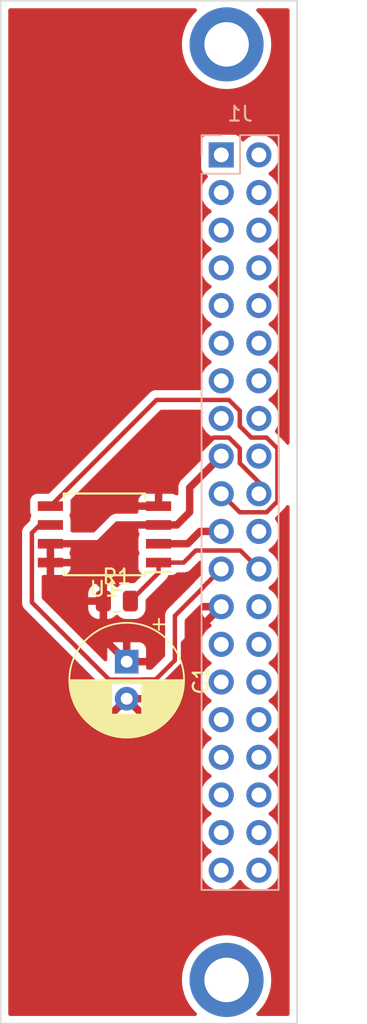
<source format=kicad_pcb>
(kicad_pcb (version 20211014) (generator pcbnew)
  (layers (0 "F.Cu" signal) (31 "B.Cu" signal) (34 "B.Paste" user) (35 "F.Paste" user) (36 "B.SilkS" user "B.Silkscreen") (37 "F.SilkS" user "F.Silkscreen") (38 "B.Mask" user) (39 "F.Mask" user) (44 "Edge.Cuts" user))
  (net 0 "")
  (net 1 "+3V3")
  (net 2 "GND")
  (net 20 "/SPI0_MOSI")
  (net 21 "GNDD")
  (net 22 "/SPI0_MISO")
  (net 24 "/SPI0_CLK")
  (net 25 "/SPI0_CS0")
  (footprint "Resistor_SMD:R_0805_2012Metric" (layer "F.Cu") (at 167.8375 121.5)
    (fp_text reference "R1" (at 0 -1.65) (layer "F.SilkS"))
    (fp_text value "10k")
    (fp_line (start -0.227064 0.735) (end 0.227064 0.735) (layer "F.SilkS") (width 0.12))
    (fp_line (start -0.227064 -0.735) (end 0.227064 -0.735) (layer "F.SilkS") (width 0.12))
    (pad "1" smd roundrect (at -0.9125 0) (size 1.025 1.4) (layers "F.Cu" "F.Paste" "F.Mask") (roundrect_rratio 0.243902) (net 1 "+3V3"))
    (pad "2" smd roundrect (at 0.9125 0) (size 1.025 1.4) (layers "F.Cu" "F.Paste" "F.Mask") (roundrect_rratio 0.243902) (net 25 "/SPI0_CS0"))
  )
  (footprint "Package_SO:SOIC-8W_5.3x5.3mm_P1.27mm" (layer "F.Cu") (at 167 117 180)
    (fp_text reference "U1" (at 0 -3.68) (layer "F.SilkS"))
    (fp_text value "S25FL216K")
    (fp_line (start -2.75 -2.55) (end -4.5 -2.55) (layer "F.SilkS") (width 0.15))
    (fp_line (start -2.75 2.755) (end 2.75 2.755) (layer "F.SilkS") (width 0.15))
    (fp_line (start -2.75 -2.755) (end -2.75 -2.55) (layer "F.SilkS") (width 0.15))
    (fp_line (start -2.75 2.755) (end -2.75 2.455) (layer "F.SilkS") (width 0.15))
    (fp_line (start -2.75 -2.755) (end 2.75 -2.755) (layer "F.SilkS") (width 0.15))
    (fp_line (start 2.75 -2.755) (end 2.75 -2.455) (layer "F.SilkS") (width 0.15))
    (fp_line (start 2.75 2.755) (end 2.75 2.455) (layer "F.SilkS") (width 0.15))
    (pad "1" smd rect (at -3.65 -1.905 180) (size 1.7 0.65) (layers "F.Cu" "F.Paste" "F.Mask") (net 25 "/SPI0_CS0"))
    (pad "2" smd rect (at -3.65 -0.635 180) (size 1.7 0.65) (layers "F.Cu" "F.Paste" "F.Mask") (net 22 "/SPI0_MISO"))
    (pad "3" smd rect (at -3.65 0.635 180) (size 1.7 0.65) (layers "F.Cu" "F.Paste" "F.Mask") (net 1 "+3V3"))
    (pad "4" smd rect (at -3.65 1.905 180) (size 1.7 0.65) (layers "F.Cu" "F.Paste" "F.Mask") (net 21 "GNDD"))
    (pad "5" smd rect (at 3.65 1.905 180) (size 1.7 0.65) (layers "F.Cu" "F.Paste" "F.Mask") (net 20 "/SPI0_MOSI"))
    (pad "6" smd rect (at 3.65 0.635 180) (size 1.7 0.65) (layers "F.Cu" "F.Paste" "F.Mask") (net 24 "/SPI0_CLK"))
    (pad "7" smd rect (at 3.65 -0.635 180) (size 1.7 0.65) (layers "F.Cu" "F.Paste" "F.Mask") (net 1 "+3V3"))
    (pad "8" smd rect (at 3.65 -1.905 180) (size 1.7 0.65) (layers "F.Cu" "F.Paste" "F.Mask") (net 1 "+3V3"))
  )
  (footprint "Capacitor_THT:CP_Radial_D7.5mm_P2.50mm" (layer "F.Cu") (at 168.5 125.588606 -90)
    (fp_text reference "C1" (at 1.25 -5 90) (layer "F.SilkS"))
    (fp_text value "47uF")
    (fp_line (start 2.611 -3.584) (end 2.611 -1.04) (layer "F.SilkS") (width 0.12))
    (fp_line (start 2.731 1.04) (end 2.731 3.536) (layer "F.SilkS") (width 0.12))
    (fp_line (start 2.651 -3.568) (end 2.651 -1.04) (layer "F.SilkS") (width 0.12))
    (fp_line (start 1.65 1.04) (end 1.65 3.81) (layer "F.SilkS") (width 0.12))
    (fp_line (start 1.37 -3.829) (end 1.37 3.829) (layer "F.SilkS") (width 0.12))
    (fp_line (start -2.892211 -2.175) (end -2.142211 -2.175) (layer "F.SilkS") (width 0.12))
    (fp_line (start 2.851 -3.484) (end 2.851 -1.04) (layer "F.SilkS") (width 0.12))
    (fp_line (start 2.331 1.04) (end 2.331 3.677) (layer "F.SilkS") (width 0.12))
    (fp_line (start 3.171 1.04) (end 3.171 3.321) (layer "F.SilkS") (width 0.12))
    (fp_line (start 4.091 -2.589) (end 4.091 2.589) (layer "F.SilkS") (width 0.12))
    (fp_line (start 4.931 -1.158) (end 4.931 1.158) (layer "F.SilkS") (width 0.12))
    (fp_line (start 4.451 -2.137) (end 4.451 2.137) (layer "F.SilkS") (width 0.12))
    (fp_line (start 1.89 1.04) (end 1.89 3.777) (layer "F.SilkS") (width 0.12))
    (fp_line (start 2.891 1.04) (end 2.891 3.466) (layer "F.SilkS") (width 0.12))
    (fp_line (start 2.531 -3.613) (end 2.531 -1.04) (layer "F.SilkS") (width 0.12))
    (fp_line (start 3.851 -2.827) (end 3.851 2.827) (layer "F.SilkS") (width 0.12))
    (fp_line (start 1.65 -3.81) (end 1.65 -1.04) (layer "F.SilkS") (width 0.12))
    (fp_line (start 1.971 -3.763) (end 1.971 -1.04) (layer "F.SilkS") (width 0.12))
    (fp_line (start 2.091 -3.738) (end 2.091 -1.04) (layer "F.SilkS") (width 0.12))
    (fp_line (start 3.971 -2.713) (end 3.971 2.713) (layer "F.SilkS") (width 0.12))
    (fp_line (start 5.091 -0.441) (end 5.091 0.441) (layer "F.SilkS") (width 0.12))
    (fp_line (start 1.57 -3.817) (end 1.57 -1.04) (layer "F.SilkS") (width 0.12))
    (fp_line (start 3.411 -3.172) (end 3.411 -1.04) (layer "F.SilkS") (width 0.12))
    (fp_line (start 1.85 -3.784) (end 1.85 -1.04) (layer "F.SilkS") (width 0.12))
    (fp_line (start 2.411 -3.653) (end 2.411 -1.04) (layer "F.SilkS") (width 0.12))
    (fp_line (start 4.171 -2.5) (end 4.171 2.5) (layer "F.SilkS") (width 0.12))
    (fp_line (start 1.81 1.04) (end 1.81 3.79) (layer "F.SilkS") (width 0.12))
    (fp_line (start 3.051 -3.386) (end 3.051 -1.04) (layer "F.SilkS") (width 0.12))
    (fp_line (start 2.411 1.04) (end 2.411 3.653) (layer "F.SilkS") (width 0.12))
    (fp_line (start 2.051 -3.747) (end 2.051 -1.04) (layer "F.SilkS") (width 0.12))
    (fp_line (start 2.971 -3.427) (end 2.971 -1.04) (layer "F.SilkS") (width 0.12))
    (fp_line (start 2.971 1.04) (end 2.971 3.427) (layer "F.SilkS") (width 0.12))
    (fp_line (start 1.69 -3.805) (end 1.69 -1.04) (layer "F.SilkS") (width 0.12))
    (fp_line (start 4.731 -1.654) (end 4.731 1.654) (layer "F.SilkS") (width 0.12))
    (fp_line (start 2.211 -3.71) (end 2.211 -1.04) (layer "F.SilkS") (width 0.12))
    (fp_line (start 2.531 1.04) (end 2.531 3.613) (layer "F.SilkS") (width 0.12))
    (fp_line (start 3.131 -3.343) (end 3.131 -1.04) (layer "F.SilkS") (width 0.12))
    (fp_line (start 2.931 -3.447) (end 2.931 -1.04) (layer "F.SilkS") (width 0.12))
    (fp_line (start 3.531 1.04) (end 3.531 3.088) (layer "F.SilkS") (width 0.12))
    (fp_line (start 3.451 -3.144) (end 3.451 -1.04) (layer "F.SilkS") (width 0.12))
    (fp_line (start 3.051 1.04) (end 3.051 3.386) (layer "F.SilkS") (width 0.12))
    (fp_line (start 4.371 -2.25) (end 4.371 2.25) (layer "F.SilkS") (width 0.12))
    (fp_line (start 5.011 -0.877) (end 5.011 0.877) (layer "F.SilkS") (width 0.12))
    (fp_line (start 1.33 -3.83) (end 1.33 3.83) (layer "F.SilkS") (width 0.12))
    (fp_line (start 4.251 -2.405) (end 4.251 2.405) (layer "F.SilkS") (width 0.12))
    (fp_line (start 4.611 -1.881) (end 4.611 1.881) (layer "F.SilkS") (width 0.12))
    (fp_line (start 1.69 1.04) (end 1.69 3.805) (layer "F.SilkS") (width 0.12))
    (fp_line (start 3.091 -3.365) (end 3.091 -1.04) (layer "F.SilkS") (width 0.12))
    (fp_line (start 3.571 -3.058) (end 3.571 3.058) (layer "F.SilkS") (width 0.12))
    (fp_line (start 4.691 -1.733) (end 4.691 1.733) (layer "F.SilkS") (width 0.12))
    (fp_line (start 3.291 -3.249) (end 3.291 -1.04) (layer "F.SilkS") (width 0.12))
    (fp_line (start 4.211 -2.454) (end 4.211 2.454) (layer "F.SilkS") (width 0.12))
    (fp_line (start 4.971 -1.028) (end 4.971 1.028) (layer "F.SilkS") (width 0.12))
    (fp_line (start 3.011 -3.407) (end 3.011 -1.04) (layer "F.SilkS") (width 0.12))
    (fp_line (start 2.331 -3.677) (end 2.331 -1.04) (layer "F.SilkS") (width 0.12))
    (fp_line (start 1.89 -3.777) (end 1.89 -1.04) (layer "F.SilkS") (width 0.12))
    (fp_line (start 2.491 1.04) (end 2.491 3.626) (layer "F.SilkS") (width 0.12))
    (fp_line (start 4.651 -1.809) (end 4.651 1.809) (layer "F.SilkS") (width 0.12))
    (fp_line (start 2.771 1.04) (end 2.771 3.52) (layer "F.SilkS") (width 0.12))
    (fp_line (start 2.451 1.04) (end 2.451 3.64) (layer "F.SilkS") (width 0.12))
    (fp_line (start 2.691 1.04) (end 2.691 3.553) (layer "F.SilkS") (width 0.12))
    (fp_line (start 2.771 -3.52) (end 2.771 -1.04) (layer "F.SilkS") (width 0.12))
    (fp_line (start 2.891 -3.466) (end 2.891 -1.04) (layer "F.SilkS") (width 0.12))
    (fp_line (start 3.211 -3.297) (end 3.211 -1.04) (layer "F.SilkS") (width 0.12))
    (fp_line (start 1.53 1.04) (end 1.53 3.82) (layer "F.SilkS") (width 0.12))
    (fp_line (start 1.971 1.04) (end 1.971 3.763) (layer "F.SilkS") (width 0.12))
    (fp_line (start 2.571 1.04) (end 2.571 3.598) (layer "F.SilkS") (width 0.12))
    (fp_line (start 1.61 1.04) (end 1.61 3.814) (layer "F.SilkS") (width 0.12))
    (fp_line (start 3.011 1.04) (end 3.011 3.407) (layer "F.SilkS") (width 0.12))
    (fp_line (start 3.651 -2.996) (end 3.651 2.996) (layer "F.SilkS") (width 0.12))
    (fp_line (start 2.491 -3.626) (end 2.491 -1.04) (layer "F.SilkS") (width 0.12))
    (fp_line (start 2.291 1.04) (end 2.291 3.688) (layer "F.SilkS") (width 0.12))
    (fp_line (start 2.011 1.04) (end 2.011 3.755) (layer "F.SilkS") (width 0.12))
    (fp_line (start 3.371 -3.198) (end 3.371 -1.04) (layer "F.SilkS") (width 0.12))
    (fp_line (start 2.371 1.04) (end 2.371 3.665) (layer "F.SilkS") (width 0.12))
    (fp_line (start 3.771 -2.898) (end 3.771 2.898) (layer "F.SilkS") (width 0.12))
    (fp_line (start 4.331 -2.304) (end 4.331 2.304) (layer "F.SilkS") (width 0.12))
    (fp_line (start 2.811 1.04) (end 2.811 3.502) (layer "F.SilkS") (width 0.12))
    (fp_line (start 3.331 -3.224) (end 3.331 -1.04) (layer "F.SilkS") (width 0.12))
    (fp_line (start 2.091 1.04) (end 2.091 3.738) (layer "F.SilkS") (width 0.12))
    (fp_line (start 2.571 -3.598) (end 2.571 -1.04) (layer "F.SilkS") (width 0.12))
    (fp_line (start 3.371 1.04) (end 3.371 3.198) (layer "F.SilkS") (width 0.12))
    (fp_line (start 1.25 -3.83) (end 1.25 3.83) (layer "F.SilkS") (width 0.12))
    (fp_line (start 3.291 1.04) (end 3.291 3.249) (layer "F.SilkS") (width 0.12))
    (fp_line (start 1.77 -3.795) (end 1.77 -1.04) (layer "F.SilkS") (width 0.12))
    (fp_line (start 4.291 -2.355) (end 4.291 2.355) (layer "F.SilkS") (width 0.12))
    (fp_line (start 1.61 -3.814) (end 1.61 -1.04) (layer "F.SilkS") (width 0.12))
    (fp_line (start 2.171 -3.72) (end 2.171 -1.04) (layer "F.SilkS") (width 0.12))
    (fp_line (start 2.691 -3.553) (end 2.691 -1.04) (layer "F.SilkS") (width 0.12))
    (fp_line (start 3.171 -3.321) (end 3.171 -1.04) (layer "F.SilkS") (width 0.12))
    (fp_line (start 1.81 -3.79) (end 1.81 -1.04) (layer "F.SilkS") (width 0.12))
    (fp_line (start 1.93 1.04) (end 1.93 3.77) (layer "F.SilkS") (width 0.12))
    (fp_line (start 2.051 1.04) (end 2.051 3.747) (layer "F.SilkS") (width 0.12))
    (fp_line (start 3.091 1.04) (end 3.091 3.365) (layer "F.SilkS") (width 0.12))
    (fp_line (start 1.49 1.04) (end 1.49 3.823) (layer "F.SilkS") (width 0.12))
    (fp_line (start 3.491 1.04) (end 3.491 3.116) (layer "F.SilkS") (width 0.12))
    (fp_line (start 1.85 1.04) (end 1.85 3.784) (layer "F.SilkS") (width 0.12))
    (fp_line (start 2.731 -3.536) (end 2.731 -1.04) (layer "F.SilkS") (width 0.12))
    (fp_line (start 2.251 -3.699) (end 2.251 -1.04) (layer "F.SilkS") (width 0.12))
    (fp_line (start 3.211 1.04) (end 3.211 3.297) (layer "F.SilkS") (width 0.12))
    (fp_line (start 1.93 -3.77) (end 1.93 -1.04) (layer "F.SilkS") (width 0.12))
    (fp_line (start 2.291 -3.688) (end 2.291 -1.04) (layer "F.SilkS") (width 0.12))
    (fp_line (start 3.811 -2.863) (end 3.811 2.863) (layer "F.SilkS") (width 0.12))
    (fp_line (start 3.251 -3.274) (end 3.251 -1.04) (layer "F.SilkS") (width 0.12))
    (fp_line (start 4.811 -1.478) (end 4.811 1.478) (layer "F.SilkS") (width 0.12))
    (fp_line (start 2.171 1.04) (end 2.171 3.72) (layer "F.SilkS") (width 0.12))
    (fp_line (start 4.771 -1.569) (end 4.771 1.569) (layer "F.SilkS") (width 0.12))
    (fp_line (start 3.451 1.04) (end 3.451 3.144) (layer "F.SilkS") (width 0.12))
    (fp_line (start 4.531 -2.014) (end 4.531 2.014) (layer "F.SilkS") (width 0.12))
    (fp_line (start 3.731 -2.931) (end 3.731 2.931) (layer "F.SilkS") (width 0.12))
    (fp_line (start 1.41 -3.827) (end 1.41 3.827) (layer "F.SilkS") (width 0.12))
    (fp_line (start 3.491 -3.116) (end 3.491 -1.04) (layer "F.SilkS") (width 0.12))
    (fp_line (start 4.131 -2.546) (end 4.131 2.546) (layer "F.SilkS") (width 0.12))
    (fp_line (start 3.891 -2.79) (end 3.891 2.79) (layer "F.SilkS") (width 0.12))
    (fp_line (start 1.45 -3.825) (end 1.45 3.825) (layer "F.SilkS") (width 0.12))
    (fp_line (start 2.211 1.04) (end 2.211 3.71) (layer "F.SilkS") (width 0.12))
    (fp_line (start 1.29 -3.83) (end 1.29 3.83) (layer "F.SilkS") (width 0.12))
    (fp_line (start 2.851 1.04) (end 2.851 3.484) (layer "F.SilkS") (width 0.12))
    (fp_line (start 2.131 1.04) (end 2.131 3.729) (layer "F.SilkS") (width 0.12))
    (fp_line (start 1.77 1.04) (end 1.77 3.795) (layer "F.SilkS") (width 0.12))
    (fp_line (start 4.571 -1.949) (end 4.571 1.949) (layer "F.SilkS") (width 0.12))
    (fp_line (start 3.331 1.04) (end 3.331 3.224) (layer "F.SilkS") (width 0.12))
    (fp_line (start 2.451 -3.64) (end 2.451 -1.04) (layer "F.SilkS") (width 0.12))
    (fp_line (start 1.53 -3.82) (end 1.53 -1.04) (layer "F.SilkS") (width 0.12))
    (fp_line (start 2.931 1.04) (end 2.931 3.447) (layer "F.SilkS") (width 0.12))
    (fp_line (start 2.611 1.04) (end 2.611 3.584) (layer "F.SilkS") (width 0.12))
    (fp_line (start 2.651 1.04) (end 2.651 3.568) (layer "F.SilkS") (width 0.12))
    (fp_line (start 3.531 -3.088) (end 3.531 -1.04) (layer "F.SilkS") (width 0.12))
    (fp_line (start 4.491 -2.077) (end 4.491 2.077) (layer "F.SilkS") (width 0.12))
    (fp_line (start 3.611 -3.028) (end 3.611 3.028) (layer "F.SilkS") (width 0.12))
    (fp_line (start 4.051 -2.632) (end 4.051 2.632) (layer "F.SilkS") (width 0.12))
    (fp_line (start 4.891 -1.275) (end 4.891 1.275) (layer "F.SilkS") (width 0.12))
    (fp_line (start 4.411 -2.195) (end 4.411 2.195) (layer "F.SilkS") (width 0.12))
    (fp_line (start 5.051 -0.693) (end 5.051 0.693) (layer "F.SilkS") (width 0.12))
    (fp_line (start 1.73 1.04) (end 1.73 3.801) (layer "F.SilkS") (width 0.12))
    (fp_line (start 4.011 -2.673) (end 4.011 2.673) (layer "F.SilkS") (width 0.12))
    (fp_line (start 1.73 -3.801) (end 1.73 -1.04) (layer "F.SilkS") (width 0.12))
    (fp_line (start -2.517211 -2.55) (end -2.517211 -1.8) (layer "F.SilkS") (width 0.12))
    (fp_line (start 1.49 -3.823) (end 1.49 -1.04) (layer "F.SilkS") (width 0.12))
    (fp_line (start 3.131 1.04) (end 3.131 3.343) (layer "F.SilkS") (width 0.12))
    (fp_line (start 2.371 -3.665) (end 2.371 -1.04) (layer "F.SilkS") (width 0.12))
    (fp_line (start 1.57 1.04) (end 1.57 3.817) (layer "F.SilkS") (width 0.12))
    (fp_line (start 3.691 -2.964) (end 3.691 2.964) (layer "F.SilkS") (width 0.12))
    (fp_line (start 2.011 -3.755) (end 2.011 -1.04) (layer "F.SilkS") (width 0.12))
    (fp_line (start 3.931 -2.752) (end 3.931 2.752) (layer "F.SilkS") (width 0.12))
    (fp_line (start 4.851 -1.381) (end 4.851 1.381) (layer "F.SilkS") (width 0.12))
    (fp_line (start 2.251 1.04) (end 2.251 3.699) (layer "F.SilkS") (width 0.12))
    (fp_line (start 2.131 -3.729) (end 2.131 -1.04) (layer "F.SilkS") (width 0.12))
    (fp_line (start 3.411 1.04) (end 3.411 3.172) (layer "F.SilkS") (width 0.12))
    (fp_line (start 2.811 -3.502) (end 2.811 -1.04) (layer "F.SilkS") (width 0.12))
    (fp_line (start 3.251 1.04) (end 3.251 3.274) (layer "F.SilkS") (width 0.12))
    (fp_circle (center 1.25 0) (end 5.12 0) (layer "F.SilkS") (width 0.12) (fill none))
    (pad "1" thru_hole rect (at 0 0 270) (size 1.6 1.6) (drill 0.8) (layers *.Cu *.Mask) (net 1 "+3V3"))
    (pad "2" thru_hole circle (at 2.5 0 270) (size 1.6 1.6) (drill 0.8) (layers *.Cu *.Mask) (net 2 "GND"))
  )
  (footprint "Connector_PinSocket_2.54mm:PinSocket_2x20_P2.54mm_Vertical" (layer "B.Cu") (at 174.88 91.4 180)
    (fp_text reference "J1" (at -1.27 2.77) (layer "B.SilkS") (effects (justify mirror)))
    (fp_text value "Conn_02x20_Odd_Even")
    (fp_line (start -1.27 -1.27) (end 1.33 -1.27) (layer "B.SilkS") (width 0.12))
    (fp_line (start 1.33 1.33) (end 1.33 0) (layer "B.SilkS") (width 0.12))
    (fp_line (start -3.87 1.33) (end -3.87 -49.59) (layer "B.SilkS") (width 0.12))
    (fp_line (start -3.87 -49.59) (end 1.33 -49.59) (layer "B.SilkS") (width 0.12))
    (fp_line (start -3.87 1.33) (end -1.27 1.33) (layer "B.SilkS") (width 0.12))
    (fp_line (start 1.33 -1.27) (end 1.33 -49.59) (layer "B.SilkS") (width 0.12))
    (fp_line (start -1.27 1.33) (end -1.27 -1.27) (layer "B.SilkS") (width 0.12))
    (fp_line (start 0 1.33) (end 1.33 1.33) (layer "B.SilkS") (width 0.12))
    (pad "1" thru_hole rect (at 0 0 180) (size 1.7 1.7) (drill 1) (layers *.Cu *.Mask))
    (pad "2" thru_hole oval (at -2.54 0 180) (size 1.7 1.7) (drill 1) (layers *.Cu *.Mask))
    (pad "3" thru_hole oval (at 0 -2.54 180) (size 1.7 1.7) (drill 1) (layers *.Cu *.Mask))
    (pad "4" thru_hole oval (at -2.54 -2.54 180) (size 1.7 1.7) (drill 1) (layers *.Cu *.Mask))
    (pad "5" thru_hole oval (at 0 -5.08 180) (size 1.7 1.7) (drill 1) (layers *.Cu *.Mask))
    (pad "6" thru_hole oval (at -2.54 -5.08 180) (size 1.7 1.7) (drill 1) (layers *.Cu *.Mask))
    (pad "7" thru_hole oval (at 0 -7.62 180) (size 1.7 1.7) (drill 1) (layers *.Cu *.Mask))
    (pad "8" thru_hole oval (at -2.54 -7.62 180) (size 1.7 1.7) (drill 1) (layers *.Cu *.Mask))
    (pad "9" thru_hole oval (at 0 -10.16 180) (size 1.7 1.7) (drill 1) (layers *.Cu *.Mask))
    (pad "10" thru_hole oval (at -2.54 -10.16 180) (size 1.7 1.7) (drill 1) (layers *.Cu *.Mask))
    (pad "11" thru_hole oval (at 0 -12.7 180) (size 1.7 1.7) (drill 1) (layers *.Cu *.Mask))
    (pad "12" thru_hole oval (at -2.54 -12.7 180) (size 1.7 1.7) (drill 1) (layers *.Cu *.Mask))
    (pad "13" thru_hole oval (at 0 -15.24 180) (size 1.7 1.7) (drill 1) (layers *.Cu *.Mask))
    (pad "14" thru_hole oval (at -2.54 -15.24 180) (size 1.7 1.7) (drill 1) (layers *.Cu *.Mask))
    (pad "15" thru_hole oval (at 0 -17.78 180) (size 1.7 1.7) (drill 1) (layers *.Cu *.Mask))
    (pad "16" thru_hole oval (at -2.54 -17.78 180) (size 1.7 1.7) (drill 1) (layers *.Cu *.Mask))
    (pad "17" thru_hole oval (at 0 -20.32 180) (size 1.7 1.7) (drill 1) (layers *.Cu *.Mask) (net 1 "+3V3"))
    (pad "18" thru_hole oval (at -2.54 -20.32 180) (size 1.7 1.7) (drill 1) (layers *.Cu *.Mask))
    (pad "19" thru_hole oval (at 0 -22.86 180) (size 1.7 1.7) (drill 1) (layers *.Cu *.Mask) (net 20 "/SPI0_MOSI"))
    (pad "20" thru_hole oval (at -2.54 -22.86 180) (size 1.7 1.7) (drill 1) (layers *.Cu *.Mask) (net 21 "GNDD"))
    (pad "21" thru_hole oval (at 0 -25.4 180) (size 1.7 1.7) (drill 1) (layers *.Cu *.Mask) (net 22 "/SPI0_MISO"))
    (pad "22" thru_hole oval (at -2.54 -25.4 180) (size 1.7 1.7) (drill 1) (layers *.Cu *.Mask))
    (pad "23" thru_hole oval (at 0 -27.94 180) (size 1.7 1.7) (drill 1) (layers *.Cu *.Mask) (net 24 "/SPI0_CLK"))
    (pad "24" thru_hole oval (at -2.54 -27.94 180) (size 1.7 1.7) (drill 1) (layers *.Cu *.Mask) (net 25 "/SPI0_CS0"))
    (pad "25" thru_hole oval (at 0 -30.48 180) (size 1.7 1.7) (drill 1) (layers *.Cu *.Mask) (net 2 "GND"))
    (pad "26" thru_hole oval (at -2.54 -30.48 180) (size 1.7 1.7) (drill 1) (layers *.Cu *.Mask))
    (pad "27" thru_hole oval (at 0 -33.02 180) (size 1.7 1.7) (drill 1) (layers *.Cu *.Mask))
    (pad "28" thru_hole oval (at -2.54 -33.02 180) (size 1.7 1.7) (drill 1) (layers *.Cu *.Mask))
    (pad "29" thru_hole oval (at 0 -35.56 180) (size 1.7 1.7) (drill 1) (layers *.Cu *.Mask))
    (pad "30" thru_hole oval (at -2.54 -35.56 180) (size 1.7 1.7) (drill 1) (layers *.Cu *.Mask))
    (pad "31" thru_hole oval (at 0 -38.1 180) (size 1.7 1.7) (drill 1) (layers *.Cu *.Mask))
    (pad "32" thru_hole oval (at -2.54 -38.1 180) (size 1.7 1.7) (drill 1) (layers *.Cu *.Mask))
    (pad "33" thru_hole oval (at 0 -40.64 180) (size 1.7 1.7) (drill 1) (layers *.Cu *.Mask))
    (pad "34" thru_hole oval (at -2.54 -40.64 180) (size 1.7 1.7) (drill 1) (layers *.Cu *.Mask))
    (pad "35" thru_hole oval (at 0 -43.18 180) (size 1.7 1.7) (drill 1) (layers *.Cu *.Mask))
    (pad "36" thru_hole oval (at -2.54 -43.18 180) (size 1.7 1.7) (drill 1) (layers *.Cu *.Mask))
    (pad "37" thru_hole oval (at 0 -45.72 180) (size 1.7 1.7) (drill 1) (layers *.Cu *.Mask))
    (pad "38" thru_hole oval (at -2.54 -45.72 180) (size 1.7 1.7) (drill 1) (layers *.Cu *.Mask))
    (pad "39" thru_hole oval (at 0 -48.26 180) (size 1.7 1.7) (drill 1) (layers *.Cu *.Mask))
    (pad "40" thru_hole oval (at -2.54 -48.26 180) (size 1.7 1.7) (drill 1) (layers *.Cu *.Mask))
  )
  (gr_rect (start 180 150) (end 160 81) (layer "Edge.Cuts") (width 0.1) (fill none))
  (via (at 175.24 83.944) (size 5) (drill 3) (layers "F.Cu" "B.Cu") (net 0))
  (via (at 175.24 147.06) (size 5) (drill 3) (layers "F.Cu" "B.Cu") (net 0))
  (segment (start 166.615 117.635) (end 165.345 118.905) (width 0.5) (layer "F.Cu") (net 1))
  (segment (start 166.615 117.635) (end 163.35 117.635) (width 0.5) (layer "F.Cu") (net 1))
  (segment (start 172.75 113.85) (end 172.75 115.5) (width 0.5) (layer "F.Cu") (net 1))
  (segment (start 167.885 116.365) (end 166.615 117.635) (width 0.5) (layer "F.Cu") (net 1))
  (segment (start 165.345 118.905) (end 163.35 118.905) (width 0.5) (layer "F.Cu") (net 1))
  (segment (start 174.88 111.72) (end 172.75 113.85) (width 0.5) (layer "F.Cu") (net 1))
  (segment (start 171.885 116.365) (end 170.65 116.365) (width 0.5) (layer "F.Cu") (net 1))
  (segment (start 166.925 120.485) (end 165.345 118.905) (width 0.5) (layer "F.Cu") (net 1))
  (segment (start 170.65 116.365) (end 167.885 116.365) (width 0.5) (layer "F.Cu") (net 1))
  (segment (start 166.925 121.5) (end 166.925 120.485) (width 0.5) (layer "F.Cu") (net 1))
  (segment (start 172.75 115.5) (end 171.885 116.365) (width 0.5) (layer "F.Cu") (net 1))
  (segment (start 166.925 124.013606) (end 168.5 125.588606) (width 0.5) (layer "F.Cu") (net 1))
  (segment (start 166.925 121.5) (end 166.925 124.013606) (width 0.5) (layer "F.Cu") (net 1))
  (segment (start 172.399519 124.360481) (end 172.399519 125.800481) (width 0.5) (layer "F.Cu") (net 2))
  (segment (start 172.399519 125.800481) (end 170.111394 128.088606) (width 0.5) (layer "F.Cu") (net 2))
  (segment (start 170.111394 128.088606) (end 168.5 128.088606) (width 0.5) (layer "F.Cu") (net 2))
  (segment (start 174.88 121.88) (end 172.399519 124.360481) (width 0.5) (layer "F.Cu") (net 2))
  (segment (start 178.669511 114.777565) (end 178.669511 111.202435) (width 0.3) (layer "F.Cu") (net 20))
  (segment (start 177.937565 110.470489) (end 176.902435 110.470489) (width 0.3) (layer "F.Cu") (net 20))
  (segment (start 177.937565 115.509511) (end 178.669511 114.777565) (width 0.3) (layer "F.Cu") (net 20))
  (segment (start 176.129511 115.509511) (end 177.937565 115.509511) (width 0.3) (layer "F.Cu") (net 20))
  (segment (start 176.129511 108.662435) (end 175.397565 107.930489) (width 0.3) (layer "F.Cu") (net 20))
  (segment (start 174.88 114.26) (end 176.129511 115.509511) (width 0.3) (layer "F.Cu") (net 20))
  (segment (start 176.902435 110.470489) (end 176.129511 109.697565) (width 0.3) (layer "F.Cu") (net 20))
  (segment (start 176.129511 109.697565) (end 176.129511 108.662435) (width 0.3) (layer "F.Cu") (net 20))
  (segment (start 170.514511 107.930489) (end 163.35 115.095) (width 0.3) (layer "F.Cu") (net 20))
  (segment (start 175.397565 107.930489) (end 170.514511 107.930489) (width 0.3) (layer "F.Cu") (net 20))
  (segment (start 178.669511 111.202435) (end 177.937565 110.470489) (width 0.3) (layer "F.Cu") (net 20))
  (segment (start 174.362435 110.470489) (end 170.65 114.182924) (width 0.3) (layer "F.Cu") (net 21))
  (segment (start 177.42 114.26) (end 177.42 113.487076) (width 0.3) (layer "F.Cu") (net 21))
  (segment (start 177.42 113.487076) (end 176.129511 112.196587) (width 0.3) (layer "F.Cu") (net 21))
  (segment (start 176.129511 112.196587) (end 176.129511 111.202435) (width 0.3) (layer "F.Cu") (net 21))
  (segment (start 176.129511 111.202435) (end 175.397565 110.470489) (width 0.3) (layer "F.Cu") (net 21))
  (segment (start 170.65 114.182924) (end 170.65 115.095) (width 0.3) (layer "F.Cu") (net 21))
  (segment (start 175.397565 110.470489) (end 174.362435 110.470489) (width 0.3) (layer "F.Cu") (net 21))
  (segment (start 174.88 116.8) (end 173.45 116.8) (width 0.5) (layer "F.Cu") (net 22))
  (segment (start 173.45 116.8) (end 172.615 117.635) (width 0.5) (layer "F.Cu") (net 22))
  (segment (start 172.615 117.635) (end 170.65 117.635) (width 0.5) (layer "F.Cu") (net 22))
  (segment (start 162.100489 116.899511) (end 162.635 116.365) (width 0.3) (layer "F.Cu") (net 24))
  (segment (start 169.6 126.8) (end 167.312372 126.8) (width 0.3) (layer "F.Cu") (net 24))
  (segment (start 171.75 122.5) (end 171.75 125.5) (width 0.3) (layer "F.Cu") (net 24))
  (segment (start 162.100489 121.588117) (end 162.100489 116.899511) (width 0.3) (layer "F.Cu") (net 24))
  (segment (start 167.312372 126.8) (end 162.100489 121.588117) (width 0.3) (layer "F.Cu") (net 24))
  (segment (start 169.611883 126.788117) (end 169.6 126.8) (width 0.3) (layer "F.Cu") (net 24))
  (segment (start 173.630489 120.619511) (end 171.75 122.5) (width 0.3) (layer "F.Cu") (net 24))
  (segment (start 174.88 119.34) (end 173.630489 120.589511) (width 0.3) (layer "F.Cu") (net 24))
  (segment (start 173.630489 120.589511) (end 173.630489 120.619511) (width 0.3) (layer "F.Cu") (net 24))
  (segment (start 171.75 125.5) (end 170.461883 126.788117) (width 0.3) (layer "F.Cu") (net 24))
  (segment (start 170.461883 126.788117) (end 169.611883 126.788117) (width 0.3) (layer "F.Cu") (net 24))
  (segment (start 162.635 116.365) (end 163.35 116.365) (width 0.3) (layer "F.Cu") (net 24))
  (segment (start 177.42 119.34) (end 176.170489 118.090489) (width 0.3) (layer "F.Cu") (net 25))
  (segment (start 168.75 121.5) (end 170.65 119.6) (width 0.3) (layer "F.Cu") (net 25))
  (segment (start 176.170489 118.090489) (end 173.159511 118.090489) (width 0.3) (layer "F.Cu") (net 25))
  (segment (start 172.345 118.905) (end 170.65 118.905) (width 0.3) (layer "F.Cu") (net 25))
  (segment (start 170.65 119.6) (end 170.65 118.905) (width 0.3) (layer "F.Cu") (net 25))
  (segment (start 173.159511 118.090489) (end 172.345 118.905) (width 0.3) (layer "F.Cu") (net 25))
  (zone (net 21) (net_name "GNDD") (layer "F.Cu") (priority 1) (connect_pads (clearance 0.508)) (min_thickness 0.254) (fill yes (thermal_gap 0.508) (thermal_bridge_width 0.508))
    (polygon (pts (xy 174.95 116.25) (xy 167.8 116.4) (xy 166.5 117.7) (xy 163.35 117.7) (xy 163.35 115.15) (xy 170.55 107.9) (xy 174.9 107.9)))
  )
  (zone (net 2) (net_name "GND") (layer "F.Cu") (connect_pads (clearance 0.508)) (min_thickness 0.254) (fill yes (thermal_gap 0.508) (thermal_bridge_width 0.508) (island_removal_mode 2) (island_area_min 5))
    (polygon (pts (xy 180 150) (xy 160 150) (xy 160 81) (xy 180 81)))
  )
  (zone (net 1) (net_name "+3V3") (layer "F.Cu") (priority 2) (connect_pads (clearance 0.508)) (min_thickness 0.254) (fill yes (thermal_gap 0.508) (thermal_bridge_width 0.508) (island_removal_mode 2) (island_area_min 5))
    (polygon (pts (xy 173.95 118.15) (xy 174.05 120.15) (xy 171.75 122.45) (xy 171.75 125.45) (xy 170.35 126.85) (xy 167.25 126.8) (xy 162.1 121.45) (xy 162.1 117.65) (xy 163.35 117.7) (xy 166.55 117.65) (xy 167.95 116.45) (xy 172 116.45)))
  )
)
</source>
